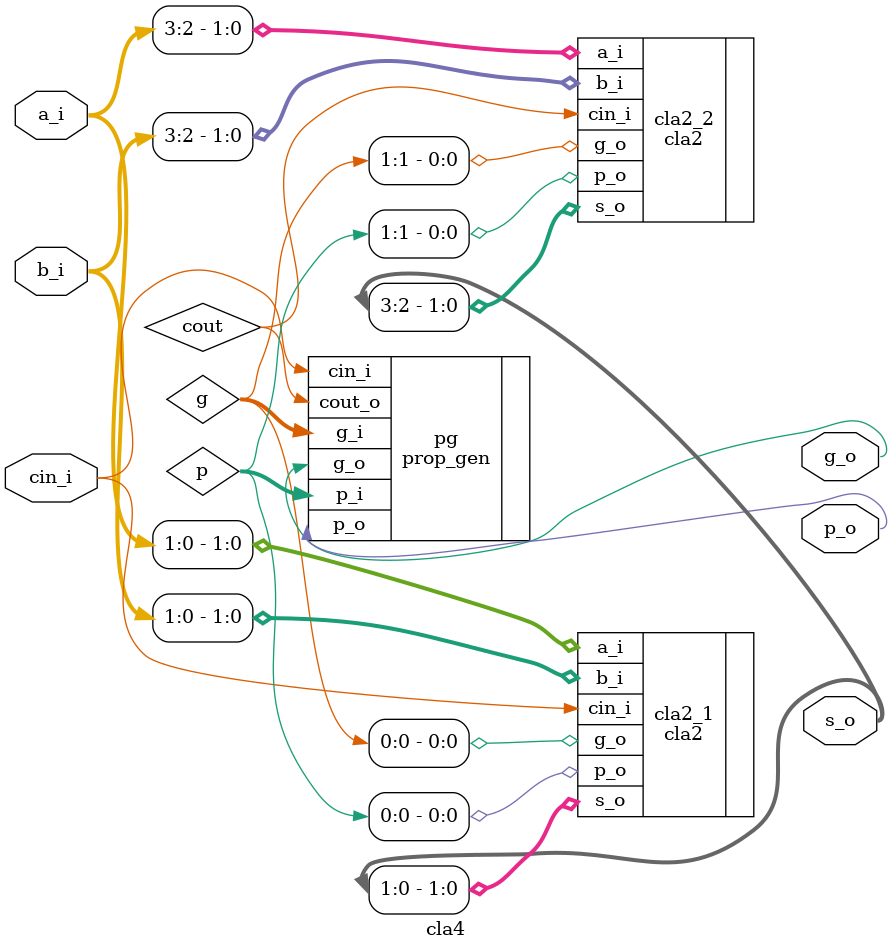
<source format=v>
module cla4
(
input [3:0] a_i,
input [3:0] b_i,
input cin_i,
output p_o,
output g_o,
output [3:0] s_o
);

wire [1:0] p,g;
wire cout;

cla2 cla2_1 
(
.a_i    (a_i[1:0]),
.b_i    (b_i[1:0]),
.cin_i  (cin_i),
.p_o    (p[0]),
.g_o    (g[0]),
.s_o    (s_o[1:0])
);

cla2 cla2_2 
(
.a_i    (a_i[3:2]),
.b_i    (b_i[3:2]),
.cin_i  (cout),
.p_o    (p[1]),
.g_o    (g[1]),
.s_o    (s_o[3:2])
);

prop_gen pg
(
.cin_i  (cin_i),
.p_i    (p),
.g_i    (g),
.cout_o (cout),
.p_o    (p_o),
.g_o    (g_o)
);

endmodule


</source>
